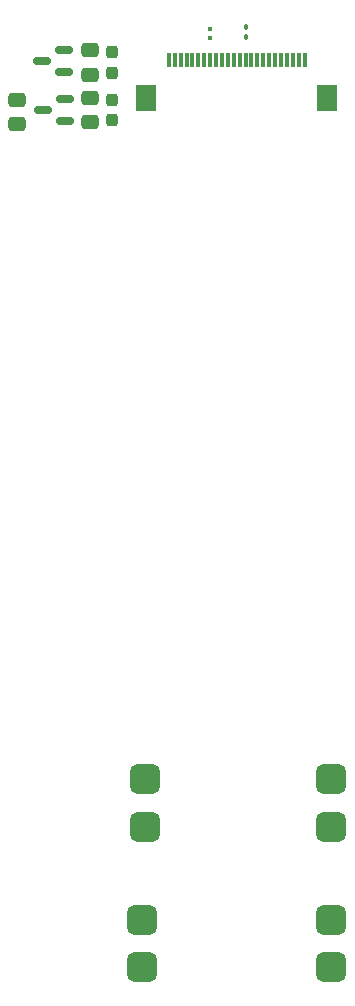
<source format=gbr>
%TF.GenerationSoftware,KiCad,Pcbnew,(6.0.6)*%
%TF.CreationDate,2022-07-04T20:27:39+02:00*%
%TF.ProjectId,vogelhuisje_camera_board,766f6765-6c68-4756-9973-6a655f63616d,rev?*%
%TF.SameCoordinates,Original*%
%TF.FileFunction,Paste,Top*%
%TF.FilePolarity,Positive*%
%FSLAX46Y46*%
G04 Gerber Fmt 4.6, Leading zero omitted, Abs format (unit mm)*
G04 Created by KiCad (PCBNEW (6.0.6)) date 2022-07-04 20:27:39*
%MOMM*%
%LPD*%
G01*
G04 APERTURE LIST*
G04 Aperture macros list*
%AMRoundRect*
0 Rectangle with rounded corners*
0 $1 Rounding radius*
0 $2 $3 $4 $5 $6 $7 $8 $9 X,Y pos of 4 corners*
0 Add a 4 corners polygon primitive as box body*
4,1,4,$2,$3,$4,$5,$6,$7,$8,$9,$2,$3,0*
0 Add four circle primitives for the rounded corners*
1,1,$1+$1,$2,$3*
1,1,$1+$1,$4,$5*
1,1,$1+$1,$6,$7*
1,1,$1+$1,$8,$9*
0 Add four rect primitives between the rounded corners*
20,1,$1+$1,$2,$3,$4,$5,0*
20,1,$1+$1,$4,$5,$6,$7,0*
20,1,$1+$1,$6,$7,$8,$9,0*
20,1,$1+$1,$8,$9,$2,$3,0*%
G04 Aperture macros list end*
%ADD10RoundRect,0.625000X0.675000X0.625000X-0.675000X0.625000X-0.675000X-0.625000X0.675000X-0.625000X0*%
%ADD11RoundRect,0.237500X-0.237500X0.300000X-0.237500X-0.300000X0.237500X-0.300000X0.237500X0.300000X0*%
%ADD12RoundRect,0.067500X-0.067500X0.137500X-0.067500X-0.137500X0.067500X-0.137500X0.067500X0.137500X0*%
%ADD13RoundRect,0.150000X0.587500X0.150000X-0.587500X0.150000X-0.587500X-0.150000X0.587500X-0.150000X0*%
%ADD14R,0.300000X1.300000*%
%ADD15R,1.800000X2.200000*%
%ADD16RoundRect,0.090000X-0.090000X0.139000X-0.090000X-0.139000X0.090000X-0.139000X0.090000X0.139000X0*%
%ADD17RoundRect,0.250000X-0.475000X0.337500X-0.475000X-0.337500X0.475000X-0.337500X0.475000X0.337500X0*%
G04 APERTURE END LIST*
D10*
%TO.C,D7*%
X123000000Y-147900000D03*
X123000000Y-143900000D03*
%TD*%
D11*
%TO.C,C6*%
X104400000Y-74437500D03*
X104400000Y-76162500D03*
%TD*%
D12*
%TO.C,C2*%
X112750000Y-68477500D03*
X112750000Y-69202500D03*
%TD*%
D13*
%TO.C,U2*%
X100497500Y-76290000D03*
X100497500Y-74390000D03*
X98622500Y-75340000D03*
%TD*%
D10*
%TO.C,D6*%
X107200000Y-136000000D03*
X107200000Y-132000000D03*
%TD*%
D14*
%TO.C,J4*%
X109250000Y-71050000D03*
X109750000Y-71050000D03*
X110250000Y-71050000D03*
X110750000Y-71050000D03*
X111250000Y-71050000D03*
X111750000Y-71050000D03*
X112250000Y-71050000D03*
X112750000Y-71050000D03*
X113250000Y-71050000D03*
X113750000Y-71050000D03*
X114250000Y-71050000D03*
X114750000Y-71050000D03*
X115250000Y-71050000D03*
X115750000Y-71050000D03*
X116250000Y-71050000D03*
X116750000Y-71050000D03*
X117250000Y-71050000D03*
X117750000Y-71050000D03*
X118250000Y-71050000D03*
X118750000Y-71050000D03*
X119250000Y-71050000D03*
X119750000Y-71050000D03*
X120250000Y-71050000D03*
X120750000Y-71050000D03*
D15*
X107350000Y-74300000D03*
X122650000Y-74300000D03*
%TD*%
D16*
%TO.C,C1*%
X115750000Y-68277500D03*
X115750000Y-69142500D03*
%TD*%
D10*
%TO.C,D4*%
X123000000Y-136000000D03*
X123000000Y-132000000D03*
%TD*%
D17*
%TO.C,C3*%
X102600000Y-70262500D03*
X102600000Y-72337500D03*
%TD*%
D13*
%TO.C,U1*%
X100397500Y-72130000D03*
X100397500Y-70230000D03*
X98522500Y-71180000D03*
%TD*%
D17*
%TO.C,C7*%
X96400000Y-74462500D03*
X96400000Y-76537500D03*
%TD*%
D10*
%TO.C,D5*%
X107000000Y-147900000D03*
X107000000Y-143900000D03*
%TD*%
D17*
%TO.C,C5*%
X102600000Y-74262500D03*
X102600000Y-76337500D03*
%TD*%
D11*
%TO.C,C4*%
X104460000Y-70437500D03*
X104460000Y-72162500D03*
%TD*%
M02*

</source>
